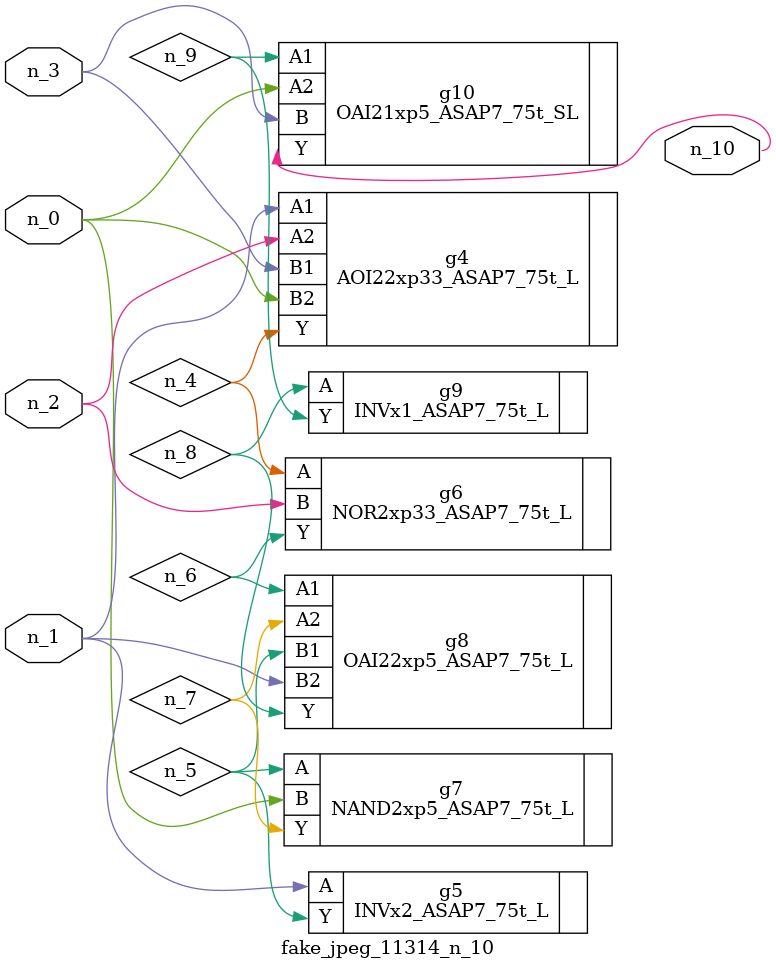
<source format=v>
module fake_jpeg_11314_n_10 (n_0, n_3, n_2, n_1, n_10);

input n_0;
input n_3;
input n_2;
input n_1;

output n_10;

wire n_4;
wire n_8;
wire n_9;
wire n_6;
wire n_5;
wire n_7;

AOI22xp33_ASAP7_75t_L g4 ( 
.A1(n_1),
.A2(n_2),
.B1(n_3),
.B2(n_0),
.Y(n_4)
);

INVx2_ASAP7_75t_L g5 ( 
.A(n_1),
.Y(n_5)
);

NOR2xp33_ASAP7_75t_L g6 ( 
.A(n_4),
.B(n_2),
.Y(n_6)
);

OAI22xp5_ASAP7_75t_L g8 ( 
.A1(n_6),
.A2(n_7),
.B1(n_5),
.B2(n_1),
.Y(n_8)
);

NAND2xp5_ASAP7_75t_L g7 ( 
.A(n_5),
.B(n_0),
.Y(n_7)
);

INVx1_ASAP7_75t_L g9 ( 
.A(n_8),
.Y(n_9)
);

OAI21xp5_ASAP7_75t_SL g10 ( 
.A1(n_9),
.A2(n_0),
.B(n_3),
.Y(n_10)
);


endmodule
</source>
